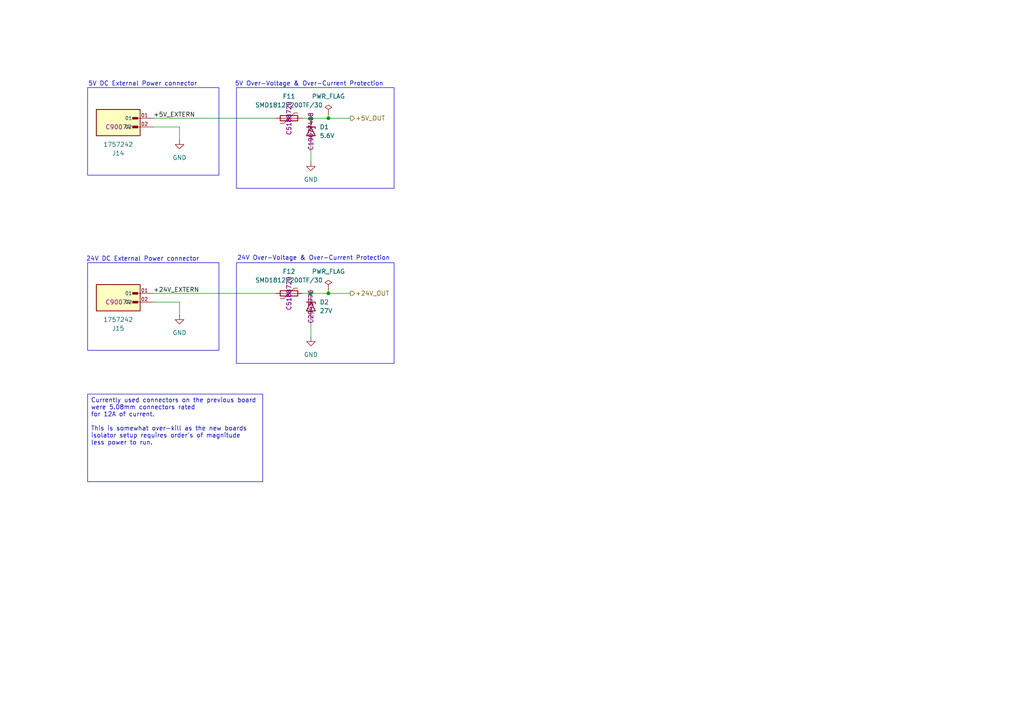
<source format=kicad_sch>
(kicad_sch (version 20250114) (generator "eeschema") (generator_version "9.0")
  (paper "A4")
  (lib_symbols
    (symbol "1757242_1" (pin_names (offset 1.016))
      (property "Reference" "J" (at -6.85 5.08 0))
      (property "Value" "1757242" (at -6.35 -5.08 0))
      (symbol "1757242_1_0_0"
        (rectangle (start -6.35 -2.54) (end 6.35 5.08) (stroke (width 0.254)) (fill (type background)))
        (rectangle (start -5.715 2.2225) (end -4.1275 2.8575) (stroke (width 0.1)) (fill (type outline)))
        (rectangle (start -5.715 -0.3175) (end -4.1275 0.3175) (stroke (width 0.1)) (fill (type outline)))
        (pin passive line (at -10.16 2.54 0) (length 5.08) (name "01") (number "01"))
        (pin passive line (at -10.16 0 0) (length 5.08) (name "02") (number "02"))
      )
    )
    (symbol "Device:D_Zener" (pin_numbers (hide yes)) (pin_names (offset 1.016) (hide yes))
      (property "Reference" "D" (at 0 2.54 0))
      (property "Value" "D_Zener" (at 0 -2.54 0))
      (symbol "D_Zener_0_1"
        (polyline (pts (xy -1.27 -1.27) (xy -1.27 1.27) (xy -0.762 1.27)) (stroke (width 0.254)))
        (polyline (pts (xy 1.27 0) (xy -1.27 0)))
        (polyline (pts (xy 1.27 -1.27) (xy 1.27 1.27) (xy -1.27 0) (xy 1.27 -1.27)) (stroke (width 0.254)))
      )
      (symbol "D_Zener_1_1"
        (pin passive line (at -3.81 0 0) (length 2.54) (name "K") (number "1"))
        (pin passive line (at 3.81 0 180) (length 2.54) (name "A") (number "2"))
      )
    )
    (symbol "Device:Polyfuse" (pin_numbers (hide yes)) (pin_names (offset 0))
      (property "Reference" "F" (at -2.54 0 90))
      (property "Value" "Polyfuse" (at 2.54 0 90))
      (symbol "Polyfuse_0_1"
        (polyline (pts (xy -1.524 2.54) (xy -1.524 1.524) (xy 1.524 -1.524) (xy 1.524 -2.54)))
        (rectangle (start -0.762 2.54) (end 0.762 -2.54) (stroke (width 0.254)))
        (polyline (pts (xy 0 2.54) (xy 0 -2.54)))
      )
      (symbol "Polyfuse_1_1"
        (pin passive line (at 0 3.81 270) (length 1.27) (name "~") (number "1"))
        (pin passive line (at 0 -3.81 90) (length 1.27) (name "~") (number "2"))
      )
    )
    (symbol "TERM_BLOCK_HDR_2POS_5.08MM:1757242" (pin_names (offset 1.016))
      (property "Reference" "J" (at -6.85 5.08 0))
      (property "Value" "1757242" (at -6.35 -5.08 0))
      (symbol "1757242_0_0"
        (rectangle (start -6.35 -2.54) (end 6.35 5.08) (stroke (width 0.254)) (fill (type background)))
        (rectangle (start -5.715 2.2225) (end -4.1275 2.8575) (stroke (width 0.1)) (fill (type outline)))
        (rectangle (start -5.715 -0.3175) (end -4.1275 0.3175) (stroke (width 0.1)) (fill (type outline)))
        (pin passive line (at -10.16 2.54 0) (length 5.08) (name "01") (number "01"))
        (pin passive line (at -10.16 0 0) (length 5.08) (name "02") (number "02"))
      )
    )
    (symbol "power:GND" (power) (pin_numbers (hide yes)) (pin_names (offset 0) (hide yes))
      (property "Value" "GND" (at 0 -3.81 0))
      (symbol "GND_0_1"
        (polyline (pts (xy 0 0) (xy 0 -1.27) (xy 1.27 -1.27) (xy 0 -2.54) (xy -1.27 -1.27) (xy 0 -1.27)))
      )
      (symbol "GND_1_1"
        (pin power_in line (at 0 0 270) (length 0) (name "~") (number "1"))
      )
    )
    (symbol "power:PWR_FLAG" (power) (pin_numbers (hide yes)) (pin_names (offset 0) (hide yes))
      (property "Value" "PWR_FLAG" (at 0 3.81 0))
      (symbol "PWR_FLAG_0_0"
        (pin power_out line (at 0 0 90) (length 0) (name "~") (number "1"))
      )
      (symbol "PWR_FLAG_0_1"
        (polyline (pts (xy 0 0) (xy 0 1.27) (xy -1.016 1.905) (xy 0 2.54) (xy 1.016 1.905) (xy 0 1.27)))
      )
    )
  )
  (rectangle (start 68.58 25.4) (end 114.3 54.61))
  (rectangle (start 25.4 25.4) (end 63.5 50.8))
  (rectangle (start 25.4 76.2) (end 63.5 101.6))
  (rectangle (start 68.58 76.2) (end 114.3 105.41))
  (text "5V Over-Voltage & Over-Current Protection" (at 89.662 24.384 0) (effects (font (size 1.27 1.27))))
  (text "24V Over-Voltage & Over-Current Protection" (at 90.932 74.93 0) (effects (font (size 1.27 1.27))))
  (text "24V DC External Power connector" (at 41.402 75.184 0) (effects (font (size 1.27 1.27))))
  (text "5V DC External Power connector" (at 41.402 24.384 0) (effects (font (size 1.27 1.27))))
  (text_box "Currently used connectors on the previous board were 5.08mm connectors rated\nfor 12A of current.\n\nThis is somewhat over-kill as the new boards isolator setup requires order's of magnitude\nless power to run." (at 25.4 114.3 0) (size 50.8 25.4) (margins 0.9525 0.9525 0.9525 0.9525) (effects (font (size 1.27 1.27)) (justify left top)))
  (junction (at 90.17 34.29))
  (junction (at 90.17 85.09))
  (junction (at 95.25 85.09))
  (junction (at 95.25 34.29))
  (wire (pts (xy 90.17 41.91) (xy 90.17 46.99)))
  (wire (pts (xy 95.25 83.82) (xy 95.25 85.09)))
  (wire (pts (xy 52.07 87.63) (xy 52.07 91.44)))
  (wire (pts (xy 44.45 87.63) (xy 52.07 87.63)))
  (wire (pts (xy 90.17 85.09) (xy 95.25 85.09)))
  (wire (pts (xy 44.45 85.09) (xy 80.01 85.09)))
  (wire (pts (xy 95.25 85.09) (xy 101.6 85.09)))
  (wire (pts (xy 87.63 85.09) (xy 90.17 85.09)))
  (wire (pts (xy 87.63 34.29) (xy 90.17 34.29)))
  (wire (pts (xy 44.45 34.29) (xy 80.01 34.29)))
  (wire (pts (xy 95.25 34.29) (xy 101.6 34.29)))
  (wire (pts (xy 95.25 33.02) (xy 95.25 34.29)))
  (wire (pts (xy 44.45 36.83) (xy 52.07 36.83)))
  (wire (pts (xy 90.17 92.71) (xy 90.17 97.79)))
  (wire (pts (xy 90.17 34.29) (xy 95.25 34.29)))
  (wire (pts (xy 52.07 36.83) (xy 52.07 40.64)))
  (label "+24V_EXTERN" (at 44.45 85.09 0))
  (label "+5V_EXTERN" (at 44.45 34.29 0))
  (hierarchical_label "+24V_OUT" (shape output) (at 101.6 85.09 0))
  (hierarchical_label "+5V_OUT" (shape output) (at 101.6 34.29 0))
  (symbol (lib_id "power:PWR_FLAG") (at 95.25 33.02 0) (unit 1)
    (property "Reference" "#FLG012" (effects (hide yes)))
    (property "Value" "PWR_FLAG" (at 95.25 27.94 0))
    (property "Description" "Special symbol for telling ERC where power comes from" (effects (hide yes)))
  )
  (symbol (lib_id "Device:D_Zener") (at 90.17 88.9 270) (unit 1)
    (property "Reference" "D2" (at 92.71 87.6299 90) (effects (justify left)))
    (property "Value" "27V" (at 92.71 90.1699 90) (effects (justify left)))
    (property "Footprint" "Diode_SMD:D_SOD-123F" (effects (hide yes)))
    (property "Description" "Zener diode" (effects (hide yes)))
    (property "jlcpcb" "C2943770" (at 90.17 88.9 0))
  )
  (symbol (lib_id "Device:Polyfuse") (at 83.82 85.09 90) (unit 1)
    (property "Reference" "F12" (at 83.82 78.74 90))
    (property "Value" "SMD1812P200TF/30" (at 83.82 81.28 90))
    (property "Description" "Resettable fuse, polymeric positive temperature coefficient" (effects (hide yes)))
    (property "jlcpcb" "C5188720" (at 83.82 85.09 0))
  )
  (symbol (lib_id "power:GND") (at 90.17 46.99 0) (unit 1)
    (property "Reference" "#PWR0139" (effects (hide yes)))
    (property "Value" "GND" (at 90.17 52.07 0))
    (property "Description" "Power symbol creates a global label with name \"GND\" , ground" (effects (hide yes)))
  )
  (symbol (lib_id "power:PWR_FLAG") (at 95.25 83.82 0) (unit 1)
    (property "Reference" "#FLG013" (effects (hide yes)))
    (property "Value" "PWR_FLAG" (at 95.25 78.74 0))
    (property "Description" "Special symbol for telling ERC where power comes from" (effects (hide yes)))
  )
  (symbol (lib_id "power:GND") (at 52.07 40.64 0) (unit 1)
    (property "Reference" "#PWR0137" (effects (hide yes)))
    (property "Value" "GND" (at 52.07 45.72 0))
    (property "Description" "Power symbol creates a global label with name \"GND\" , ground" (effects (hide yes)))
  )
  (symbol (lib_id "power:GND") (at 90.17 97.79 0) (unit 1)
    (property "Reference" "#PWR0140" (effects (hide yes)))
    (property "Value" "GND" (at 90.17 102.87 0))
    (property "Description" "Power symbol creates a global label with name \"GND\" , ground" (effects (hide yes)))
  )
  (symbol (lib_id "Device:Polyfuse") (at 83.82 34.29 90) (unit 1)
    (property "Reference" "F11" (at 83.82 27.94 90))
    (property "Value" "SMD1812P200TF/30" (at 83.82 30.48 90))
    (property "Description" "Resettable fuse, polymeric positive temperature coefficient" (effects (hide yes)))
    (property "jlcpcb" "C5188720" (at 83.82 34.29 0))
  )
  (symbol (lib_name "1757242_1") (lib_id "TERM_BLOCK_HDR_2POS_5.08MM:1757242") (at 34.29 36.83 0) (mirror y) (unit 1)
    (property "Reference" "J14" (at 34.29 44.45 0))
    (property "Value" "1757242" (at 34.29 41.91 0))
    (property "Footprint" "footprints:PHOENIX_1757242" (effects (hide yes)))
    (property "PARTREV" "28.07.2023" (effects (hide yes)))
    (property "STANDARD" "Manufacturer Recommendations" (effects (hide yes)))
    (property "MANUFACTURER" "Phoenix Contact" (effects (hide yes)))
    (property "jlcpcb" "C90074" (at 34.29 36.83 0))
  )
  (symbol (lib_id "Device:D_Zener") (at 90.17 38.1 270) (unit 1)
    (property "Reference" "D1" (at 92.71 36.8299 90) (effects (justify left)))
    (property "Value" "5.6V" (at 92.71 39.3699 90) (effects (justify left)))
    (property "Footprint" "Diode_SMD:D_SMA" (effects (hide yes)))
    (property "Description" "Zener diode" (effects (hide yes)))
    (property "jlcpcb" "C19077488" (at 90.17 38.1 0))
  )
  (symbol (lib_id "power:GND") (at 52.07 91.44 0) (unit 1)
    (property "Reference" "#PWR0138" (effects (hide yes)))
    (property "Value" "GND" (at 52.07 96.52 0))
    (property "Description" "Power symbol creates a global label with name \"GND\" , ground" (effects (hide yes)))
  )
  (symbol (lib_id "TERM_BLOCK_HDR_2POS_5.08MM:1757242") (at 34.29 87.63 0) (mirror y) (unit 1)
    (property "Reference" "J15" (at 34.29 95.25 0))
    (property "Value" "1757242" (at 34.29 92.71 0))
    (property "Footprint" "footprints:PHOENIX_1757242" (effects (hide yes)))
    (property "PARTREV" "28.07.2023" (effects (hide yes)))
    (property "STANDARD" "Manufacturer Recommendations" (effects (hide yes)))
    (property "MANUFACTURER" "Phoenix Contact" (effects (hide yes)))
    (property "jlcpcb" "C90074" (at 34.29 87.63 0))
  )
)
</source>
